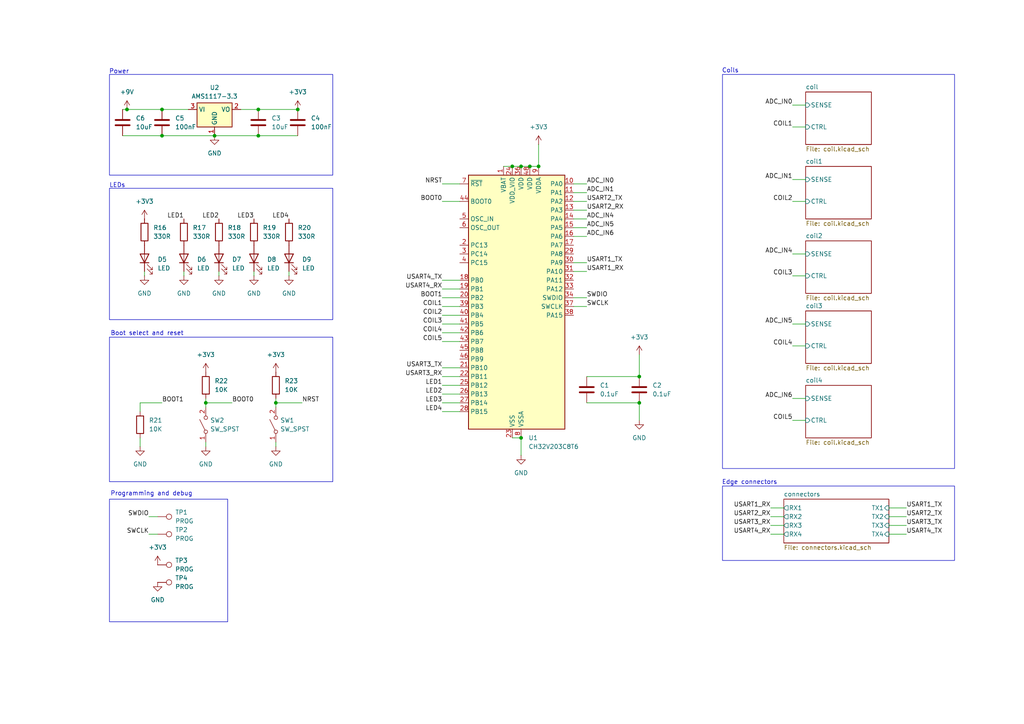
<source format=kicad_sch>
(kicad_sch (version 20250114) (generator "eeschema") (generator_version "9.0")
  (paper "A4")
  (title_block (title "F4io tile"))
  (lib_symbols
    (symbol "Connector:TestPoint" (pin_numbers (hide yes)) (pin_names (offset 0.762) (hide yes))
      (property "Reference" "TP" (at 0 6.858 0))
      (property "Value" "TestPoint" (at 0 5.08 0))
      (symbol "TestPoint_0_1"
        (circle (center 0 3.302) (radius 0.762))
      )
      (symbol "TestPoint_1_1"
        (pin passive line (at 0 0 90) (length 2.54) (name "1") (number "1"))
      )
    )
    (symbol "Device:C" (pin_numbers (hide yes)) (pin_names (offset 0.254))
      (property "Reference" "C" (at 0.635 2.54 0))
      (property "Value" "C" (at 0.635 -2.54 0))
      (symbol "C_0_1"
        (polyline (pts (xy -2.032 0.762) (xy 2.032 0.762)) (stroke (width 0.508)))
        (polyline (pts (xy -2.032 -0.762) (xy 2.032 -0.762)) (stroke (width 0.508)))
      )
      (symbol "C_1_1"
        (pin passive line (at 0 3.81 270) (length 2.794) (name "~") (number "1"))
        (pin passive line (at 0 -3.81 90) (length 2.794) (name "~") (number "2"))
      )
    )
    (symbol "Device:LED" (pin_numbers (hide yes)) (pin_names (offset 1.016) (hide yes))
      (property "Reference" "D" (at 0 2.54 0))
      (property "Value" "LED" (at 0 -2.54 0))
      (symbol "LED_0_1"
        (polyline (pts (xy -3.048 -0.762) (xy -4.572 -2.286) (xy -3.81 -2.286) (xy -4.572 -2.286) (xy -4.572 -1.524)))
        (polyline (pts (xy -1.778 -0.762) (xy -3.302 -2.286) (xy -2.54 -2.286) (xy -3.302 -2.286) (xy -3.302 -1.524)))
        (polyline (pts (xy -1.27 0) (xy 1.27 0)))
        (polyline (pts (xy -1.27 -1.27) (xy -1.27 1.27)) (stroke (width 0.254)))
        (polyline (pts (xy 1.27 -1.27) (xy 1.27 1.27) (xy -1.27 0) (xy 1.27 -1.27)) (stroke (width 0.254)))
      )
      (symbol "LED_1_1"
        (pin passive line (at -3.81 0 0) (length 2.54) (name "K") (number "1"))
        (pin passive line (at 3.81 0 180) (length 2.54) (name "A") (number "2"))
      )
    )
    (symbol "Device:R" (pin_numbers (hide yes)) (pin_names (offset 0))
      (property "Reference" "R" (at 2.032 0 90))
      (property "Value" "R" (at 0 0 90))
      (symbol "R_0_1"
        (rectangle (start -1.016 -2.54) (end 1.016 2.54) (stroke (width 0.254)))
      )
      (symbol "R_1_1"
        (pin passive line (at 0 3.81 270) (length 1.27) (name "~") (number "1"))
        (pin passive line (at 0 -3.81 90) (length 1.27) (name "~") (number "2"))
      )
    )
    (symbol "MCU_WCH_RiscV:CH32V203CxTx"
      (property "Reference" "U" (at -12.7 39.37 0))
      (property "Value" "CH32V203CxTx" (at 6.858 38.862 0))
      (symbol "CH32V203CxTx_0_0"
        (pin input line (at -15.24 27.94 0) (length 2.54) (name "BOOT0") (number "44"))
        (pin power_in line (at -2.54 38.1 270) (length 2.54) (name "VBAT") (number "1"))
        (pin power_in line (at 0 38.1 270) (length 2.54) (name "VDD_VIO") (number "24"))
        (pin power_in line (at 0 -40.64 90) (length 2.54) (name "VSS") (number "23"))
        (pin power_in line (at 2.54 -40.64 90) (length 2.54) (name "VSSA") (number "8"))
        (pin power_in line (at 7.62 38.1 270) (length 2.54) (name "VDDA") (number "9"))
      )
      (symbol "CH32V203CxTx_0_1"
        (rectangle (start -12.7 -38.1) (end 15.24 35.56) (stroke (width 0.254)) (fill (type background)))
      )
      (symbol "CH32V203CxTx_1_0"
        (pin input line (at -15.24 33.02 0) (length 2.54) (name "~{RST}") (number "7"))
        (pin bidirectional line (at -15.24 22.86 0) (length 2.54) (name "OSC_IN") (number "5"))
        (pin bidirectional line (at -15.24 20.32 0) (length 2.54) (name "OSC_OUT") (number "6"))
        (pin bidirectional line (at -15.24 15.24 0) (length 2.54) (name "PC13") (number "2"))
        (pin bidirectional line (at -15.24 12.7 0) (length 2.54) (name "PC14") (number "3"))
        (pin bidirectional line (at -15.24 10.16 0) (length 2.54) (name "PC15") (number "4"))
        (pin bidirectional line (at -15.24 5.08 0) (length 2.54) (name "PB0") (number "18"))
        (pin bidirectional line (at -15.24 2.54 0) (length 2.54) (name "PB1") (number "19"))
        (pin bidirectional line (at -15.24 0 0) (length 2.54) (name "PB2") (number "20"))
        (pin bidirectional line (at -15.24 -2.54 0) (length 2.54) (name "PB3") (number "39"))
        (pin bidirectional line (at -15.24 -5.08 0) (length 2.54) (name "PB4") (number "40"))
        (pin bidirectional line (at -15.24 -7.62 0) (length 2.54) (name "PB5") (number "41"))
        (pin bidirectional line (at -15.24 -10.16 0) (length 2.54) (name "PB6") (number "42"))
        (pin bidirectional line (at -15.24 -12.7 0) (length 2.54) (name "PB7") (number "43"))
        (pin bidirectional line (at -15.24 -15.24 0) (length 2.54) (name "PB8") (number "45"))
        (pin bidirectional line (at -15.24 -17.78 0) (length 2.54) (name "PB9") (number "46"))
        (pin bidirectional line (at -15.24 -20.32 0) (length 2.54) (name "PB10") (number "21"))
        (pin bidirectional line (at -15.24 -22.86 0) (length 2.54) (name "PB11") (number "22"))
        (pin bidirectional line (at -15.24 -25.4 0) (length 2.54) (name "PB12") (number "25"))
        (pin bidirectional line (at -15.24 -27.94 0) (length 2.54) (name "PB13") (number "26"))
        (pin bidirectional line (at -15.24 -30.48 0) (length 2.54) (name "PB14") (number "27"))
        (pin bidirectional line (at -15.24 -33.02 0) (length 2.54) (name "PB15") (number "28"))
        (pin passive line (at 0 -40.64 90) (length 2.54) (hide yes) (name "VSS") (number "35"))
        (pin passive line (at 0 -40.64 90) (length 2.54) (hide yes) (name "VSS") (number "47"))
        (pin power_in line (at 2.54 38.1 270) (length 2.54) (name "VDD") (number "36"))
        (pin power_in line (at 5.08 38.1 270) (length 2.54) (name "VDD") (number "48"))
        (pin bidirectional line (at 17.78 33.02 180) (length 2.54) (name "PA0") (number "10"))
        (pin bidirectional line (at 17.78 30.48 180) (length 2.54) (name "PA1") (number "11"))
        (pin bidirectional line (at 17.78 27.94 180) (length 2.54) (name "PA2") (number "12"))
        (pin bidirectional line (at 17.78 25.4 180) (length 2.54) (name "PA3") (number "13"))
        (pin bidirectional line (at 17.78 22.86 180) (length 2.54) (name "PA4") (number "14"))
        (pin bidirectional line (at 17.78 20.32 180) (length 2.54) (name "PA5") (number "15"))
        (pin bidirectional line (at 17.78 17.78 180) (length 2.54) (name "PA6") (number "16"))
        (pin bidirectional line (at 17.78 15.24 180) (length 2.54) (name "PA7") (number "17"))
        (pin bidirectional line (at 17.78 12.7 180) (length 2.54) (name "PA8") (number "29"))
        (pin bidirectional line (at 17.78 10.16 180) (length 2.54) (name "PA9") (number "30"))
        (pin bidirectional line (at 17.78 7.62 180) (length 2.54) (name "PA10") (number "31"))
        (pin bidirectional line (at 17.78 5.08 180) (length 2.54) (name "PA11") (number "32"))
        (pin bidirectional line (at 17.78 2.54 180) (length 2.54) (name "PA12") (number "33"))
        (pin bidirectional line (at 17.78 0 180) (length 2.54) (name "SWDIO") (number "34"))
        (pin bidirectional line (at 17.78 -2.54 180) (length 2.54) (name "SWCLK") (number "37"))
        (pin bidirectional line (at 17.78 -5.08 180) (length 2.54) (name "PA15") (number "38"))
      )
    )
    (symbol "Regulator_Linear:AMS1117-3.3"
      (property "Reference" "U" (at -3.81 3.175 0))
      (property "Value" "AMS1117-3.3" (at 0 3.175 0))
      (symbol "AMS1117-3.3_0_1"
        (rectangle (start -5.08 -5.08) (end 5.08 1.905) (stroke (width 0.254)) (fill (type background)))
      )
      (symbol "AMS1117-3.3_1_1"
        (pin power_in line (at -7.62 0 0) (length 2.54) (name "VI") (number "3"))
        (pin power_in line (at 0 -7.62 90) (length 2.54) (name "GND") (number "1"))
        (pin power_out line (at 7.62 0 180) (length 2.54) (name "VO") (number "2"))
      )
    )
    (symbol "Switch:SW_SPST" (pin_names (offset 0) (hide yes))
      (property "Reference" "SW" (at 0 3.175 0))
      (property "Value" "SW_SPST" (at 0 -2.54 0))
      (symbol "SW_SPST_0_0"
        (circle (center -2.032 0) (radius 0.508))
        (polyline (pts (xy -1.524 0.254) (xy 1.524 1.778)))
        (circle (center 2.032 0) (radius 0.508))
      )
      (symbol "SW_SPST_1_1"
        (pin passive line (at -5.08 0 0) (length 2.54) (name "A") (number "1"))
        (pin passive line (at 5.08 0 180) (length 2.54) (name "B") (number "2"))
      )
    )
    (symbol "power:+3V3" (power) (pin_numbers (hide yes)) (pin_names (offset 0) (hide yes))
      (property "Value" "+3V3" (at 0 3.556 0))
      (symbol "+3V3_0_1"
        (polyline (pts (xy -0.762 1.27) (xy 0 2.54)))
        (polyline (pts (xy 0 2.54) (xy 0.762 1.27)))
        (polyline (pts (xy 0 0) (xy 0 2.54)))
      )
      (symbol "+3V3_1_1"
        (pin power_in line (at 0 0 90) (length 0) (name "~") (number "1"))
      )
    )
    (symbol "power:+9V" (power) (pin_numbers (hide yes)) (pin_names (offset 0) (hide yes))
      (property "Value" "+9V" (at 0 3.556 0))
      (symbol "+9V_0_1"
        (polyline (pts (xy -0.762 1.27) (xy 0 2.54)))
        (polyline (pts (xy 0 2.54) (xy 0.762 1.27)))
        (polyline (pts (xy 0 0) (xy 0 2.54)))
      )
      (symbol "+9V_1_1"
        (pin power_in line (at 0 0 90) (length 0) (name "~") (number "1"))
      )
    )
    (symbol "power:GND" (power) (pin_numbers (hide yes)) (pin_names (offset 0) (hide yes))
      (property "Value" "GND" (at 0 -3.81 0))
      (symbol "GND_0_1"
        (polyline (pts (xy 0 0) (xy 0 -1.27) (xy 1.27 -1.27) (xy 0 -2.54) (xy -1.27 -1.27) (xy 0 -1.27)))
      )
      (symbol "GND_1_1"
        (pin power_in line (at 0 0 270) (length 0) (name "~") (number "1"))
      )
    )
  )
  (rectangle (start 209.55 140.97) (end 276.86 162.56))
  (rectangle (start 31.75 54.61) (end 96.52 92.71))
  (rectangle (start 31.75 97.79) (end 96.52 139.7))
  (rectangle (start 31.75 144.78) (end 66.04 180.34))
  (rectangle (start 31.75 21.59) (end 96.52 50.8))
  (rectangle (start 209.55 21.59) (end 276.86 135.89))
  (text "Coils" (at 211.836 20.574 0) (effects (font (size 1.27 1.27))))
  (text "Programming and debug" (at 43.942 143.256 0) (effects (font (size 1.27 1.27))))
  (text "LEDs" (at 34.036 53.848 0) (effects (font (size 1.27 1.27))))
  (text "Power" (at 34.544 20.828 0) (effects (font (size 1.27 1.27))))
  (text "Edge connectors" (at 217.424 139.954 0) (effects (font (size 1.27 1.27))))
  (text "Boot select and reset" (at 42.672 96.774 0) (effects (font (size 1.27 1.27))))
  (junction (at 185.42 116.84))
  (junction (at 151.13 48.26))
  (junction (at 74.93 31.75))
  (junction (at 46.99 39.37))
  (junction (at 62.23 39.37))
  (junction (at 86.36 31.75))
  (junction (at 148.59 48.26))
  (junction (at 80.01 116.84))
  (junction (at 59.69 116.84))
  (junction (at 153.67 48.26))
  (junction (at 185.42 109.22))
  (junction (at 46.99 31.75))
  (junction (at 151.13 127))
  (junction (at 156.21 48.26))
  (junction (at 74.93 39.37))
  (junction (at 36.83 31.75))
  (wire (pts (xy 128.27 88.9) (xy 133.35 88.9)))
  (wire (pts (xy 185.42 116.84) (xy 170.18 116.84)))
  (wire (pts (xy 128.27 106.68) (xy 133.35 106.68)))
  (wire (pts (xy 229.87 30.48) (xy 233.68 30.48)))
  (wire (pts (xy 128.27 91.44) (xy 133.35 91.44)))
  (wire (pts (xy 128.27 58.42) (xy 133.35 58.42)))
  (wire (pts (xy 128.27 83.82) (xy 133.35 83.82)))
  (wire (pts (xy 229.87 58.42) (xy 233.68 58.42)))
  (wire (pts (xy 43.18 154.94) (xy 45.72 154.94)))
  (wire (pts (xy 80.01 116.84) (xy 80.01 115.57)))
  (wire (pts (xy 229.87 36.83) (xy 233.68 36.83)))
  (wire (pts (xy 53.34 80.01) (xy 53.34 78.74)))
  (wire (pts (xy 229.87 100.33) (xy 233.68 100.33)))
  (wire (pts (xy 128.27 99.06) (xy 133.35 99.06)))
  (wire (pts (xy 229.87 93.98) (xy 233.68 93.98)))
  (wire (pts (xy 229.87 115.57) (xy 233.68 115.57)))
  (wire (pts (xy 46.99 116.84) (xy 40.64 116.84)))
  (wire (pts (xy 46.99 39.37) (xy 62.23 39.37)))
  (wire (pts (xy 128.27 93.98) (xy 133.35 93.98)))
  (wire (pts (xy 170.18 78.74) (xy 166.37 78.74)))
  (wire (pts (xy 35.56 31.75) (xy 36.83 31.75)))
  (wire (pts (xy 156.21 41.91) (xy 156.21 48.26)))
  (wire (pts (xy 223.52 149.86) (xy 227.33 149.86)))
  (wire (pts (xy 148.59 48.26) (xy 146.05 48.26)))
  (wire (pts (xy 262.89 152.4) (xy 257.81 152.4)))
  (wire (pts (xy 151.13 127) (xy 148.59 127)))
  (wire (pts (xy 170.18 68.58) (xy 166.37 68.58)))
  (wire (pts (xy 74.93 39.37) (xy 86.36 39.37)))
  (wire (pts (xy 80.01 116.84) (xy 87.63 116.84)))
  (wire (pts (xy 128.27 116.84) (xy 133.35 116.84)))
  (wire (pts (xy 63.5 80.01) (xy 63.5 78.74)))
  (wire (pts (xy 170.18 60.96) (xy 166.37 60.96)))
  (wire (pts (xy 128.27 109.22) (xy 133.35 109.22)))
  (wire (pts (xy 170.18 53.34) (xy 166.37 53.34)))
  (wire (pts (xy 170.18 63.5) (xy 166.37 63.5)))
  (wire (pts (xy 40.64 116.84) (xy 40.64 119.38)))
  (wire (pts (xy 128.27 114.3) (xy 133.35 114.3)))
  (wire (pts (xy 128.27 111.76) (xy 133.35 111.76)))
  (wire (pts (xy 170.18 76.2) (xy 166.37 76.2)))
  (wire (pts (xy 223.52 152.4) (xy 227.33 152.4)))
  (wire (pts (xy 229.87 121.92) (xy 233.68 121.92)))
  (wire (pts (xy 262.89 149.86) (xy 257.81 149.86)))
  (wire (pts (xy 128.27 96.52) (xy 133.35 96.52)))
  (wire (pts (xy 170.18 58.42) (xy 166.37 58.42)))
  (wire (pts (xy 229.87 73.66) (xy 233.68 73.66)))
  (wire (pts (xy 46.99 31.75) (xy 54.61 31.75)))
  (wire (pts (xy 185.42 109.22) (xy 185.42 102.87)))
  (wire (pts (xy 128.27 53.34) (xy 133.35 53.34)))
  (wire (pts (xy 59.69 118.11) (xy 59.69 116.84)))
  (wire (pts (xy 62.23 39.37) (xy 74.93 39.37)))
  (wire (pts (xy 128.27 81.28) (xy 133.35 81.28)))
  (wire (pts (xy 80.01 129.54) (xy 80.01 128.27)))
  (wire (pts (xy 223.52 154.94) (xy 227.33 154.94)))
  (wire (pts (xy 170.18 86.36) (xy 166.37 86.36)))
  (wire (pts (xy 128.27 86.36) (xy 133.35 86.36)))
  (wire (pts (xy 185.42 121.92) (xy 185.42 116.84)))
  (wire (pts (xy 83.82 80.01) (xy 83.82 78.74)))
  (wire (pts (xy 59.69 116.84) (xy 59.69 115.57)))
  (wire (pts (xy 41.91 80.01) (xy 41.91 78.74)))
  (wire (pts (xy 153.67 48.26) (xy 151.13 48.26)))
  (wire (pts (xy 166.37 88.9) (xy 170.18 88.9)))
  (wire (pts (xy 223.52 147.32) (xy 227.33 147.32)))
  (wire (pts (xy 35.56 39.37) (xy 46.99 39.37)))
  (wire (pts (xy 59.69 116.84) (xy 67.31 116.84)))
  (wire (pts (xy 74.93 31.75) (xy 86.36 31.75)))
  (wire (pts (xy 69.85 31.75) (xy 74.93 31.75)))
  (wire (pts (xy 36.83 31.75) (xy 46.99 31.75)))
  (wire (pts (xy 156.21 48.26) (xy 153.67 48.26)))
  (wire (pts (xy 43.18 149.86) (xy 45.72 149.86)))
  (wire (pts (xy 170.18 55.88) (xy 166.37 55.88)))
  (wire (pts (xy 80.01 118.11) (xy 80.01 116.84)))
  (wire (pts (xy 170.18 109.22) (xy 185.42 109.22)))
  (wire (pts (xy 262.89 147.32) (xy 257.81 147.32)))
  (wire (pts (xy 151.13 48.26) (xy 148.59 48.26)))
  (wire (pts (xy 262.89 154.94) (xy 257.81 154.94)))
  (wire (pts (xy 128.27 119.38) (xy 133.35 119.38)))
  (wire (pts (xy 59.69 129.54) (xy 59.69 128.27)))
  (wire (pts (xy 40.64 127) (xy 40.64 129.54)))
  (wire (pts (xy 151.13 132.08) (xy 151.13 127)))
  (wire (pts (xy 229.87 52.07) (xy 233.68 52.07)))
  (wire (pts (xy 73.66 80.01) (xy 73.66 78.74)))
  (wire (pts (xy 229.87 80.01) (xy 233.68 80.01)))
  (wire (pts (xy 170.18 66.04) (xy 166.37 66.04)))
  (label "USART3_TX" (at 128.27 106.68 180))
  (label "ADC_IN0" (at 229.87 30.48 180))
  (label "LED3" (at 73.66 63.5 180))
  (label "COIL4" (at 128.27 96.52 180))
  (label "COIL5" (at 128.27 99.06 180))
  (label "USART1_RX" (at 170.18 78.74 0))
  (label "LED3" (at 128.27 116.84 180))
  (label "COIL3" (at 128.27 93.98 180))
  (label "LED2" (at 128.27 114.3 180))
  (label "USART3_TX" (at 262.89 152.4 0))
  (label "BOOT1" (at 46.99 116.84 0))
  (label "USART1_RX" (at 223.52 147.32 180))
  (label "ADC_IN6" (at 229.87 115.57 180))
  (label "LED4" (at 83.82 63.5 180))
  (label "NRST" (at 128.27 53.34 180))
  (label "USART4_TX" (at 128.27 81.28 180))
  (label "COIL2" (at 229.87 58.42 180))
  (label "SWDIO" (at 43.18 149.86 180))
  (label "ADC_IN6" (at 170.18 68.58 0))
  (label "BOOT0" (at 67.31 116.84 0))
  (label "USART4_RX" (at 128.27 83.82 180))
  (label "ADC_IN5" (at 229.87 93.98 180))
  (label "USART2_TX" (at 170.18 58.42 0))
  (label "ADC_IN4" (at 170.18 63.5 0))
  (label "USART3_RX" (at 223.52 152.4 180))
  (label "LED1" (at 128.27 111.76 180))
  (label "LED2" (at 63.5 63.5 180))
  (label "COIL3" (at 229.87 80.01 180))
  (label "NRST" (at 87.63 116.84 0))
  (label "USART1_TX" (at 262.89 147.32 0))
  (label "USART3_RX" (at 128.27 109.22 180))
  (label "SWDIO" (at 170.18 86.36 0))
  (label "USART4_RX" (at 223.52 154.94 180))
  (label "LED4" (at 128.27 119.38 180))
  (label "ADC_IN0" (at 170.18 53.34 0))
  (label "USART4_TX" (at 262.89 154.94 0))
  (label "SWCLK" (at 43.18 154.94 180))
  (label "USART1_TX" (at 170.18 76.2 0))
  (label "ADC_IN1" (at 229.87 52.07 180))
  (label "SWCLK" (at 170.18 88.9 0))
  (label "COIL1" (at 229.87 36.83 180))
  (label "USART2_RX" (at 223.52 149.86 180))
  (label "USART2_RX" (at 170.18 60.96 0))
  (label "BOOT1" (at 128.27 86.36 180))
  (label "COIL2" (at 128.27 91.44 180))
  (label "LED1" (at 53.34 63.5 180))
  (label "ADC_IN1" (at 170.18 55.88 0))
  (label "COIL1" (at 128.27 88.9 180))
  (label "ADC_IN5" (at 170.18 66.04 0))
  (label "COIL4" (at 229.87 100.33 180))
  (label "ADC_IN4" (at 229.87 73.66 180))
  (label "COIL5" (at 229.87 121.92 180))
  (label "BOOT0" (at 128.27 58.42 180))
  (label "USART2_TX" (at 262.89 149.86 0))
  (symbol (lib_id "Connector:TestPoint") (at 45.72 168.91 270) (unit 1)
    (property "Reference" "TP4" (at 50.8 167.6399 90) (effects (justify left)))
    (property "Value" "PROG" (at 50.8 170.1799 90) (effects (justify left)))
    (property "Footprint" "TestPoint:TestPoint_Pad_D1.5mm" (effects (hide yes)))
    (property "Description" "test point" (effects (hide yes)))
  )
  (symbol (lib_id "Device:R") (at 63.5 67.31 0) (unit 1)
    (property "Reference" "R18" (at 66.04 66.0399 0) (effects (justify left)))
    (property "Value" "330R" (at 66.04 68.5799 0) (effects (justify left)))
    (property "Footprint" "Resistor_SMD:R_0201_0603Metric" (effects (hide yes)))
    (property "Description" "Resistor" (effects (hide yes)))
  )
  (symbol (lib_id "Device:R") (at 53.34 67.31 0) (unit 1)
    (property "Reference" "R17" (at 55.88 66.0399 0) (effects (justify left)))
    (property "Value" "330R" (at 55.88 68.5799 0) (effects (justify left)))
    (property "Footprint" "Resistor_SMD:R_0201_0603Metric" (effects (hide yes)))
    (property "Description" "Resistor" (effects (hide yes)))
  )
  (symbol (lib_id "Regulator_Linear:AMS1117-3.3") (at 62.23 31.75 0) (unit 1)
    (property "Reference" "U2" (at 62.23 25.4 0))
    (property "Value" "AMS1117-3.3" (at 62.23 27.94 0))
    (property "Footprint" "Package_TO_SOT_SMD:SOT-223-3_TabPin2" (effects (hide yes)))
    (property "Datasheet" "http://www.advanced-monolithic.com/pdf/ds1117.pdf" (effects (hide yes)))
    (property "Description" "1A Low Dropout regulator, positive, 3.3V fixed output, SOT-223" (effects (hide yes)))
  )
  (symbol (lib_id "Switch:SW_SPST") (at 80.01 123.19 90) (unit 1)
    (property "Reference" "SW1" (at 81.28 121.9199 90) (effects (justify right)))
    (property "Value" "SW_SPST" (at 81.28 124.4599 90) (effects (justify right)))
    (property "Description" "Single Pole Single Throw (SPST) switch" (effects (hide yes)))
  )
  (symbol (lib_id "power:GND") (at 45.72 168.91 0) (unit 1)
    (property "Reference" "#PWR040" (effects (hide yes)))
    (property "Value" "GND" (at 45.72 173.99 0))
    (property "Description" "Power symbol creates a global label with name \"GND\" , ground" (effects (hide yes)))
  )
  (symbol (lib_id "power:GND") (at 83.82 80.01 0) (unit 1)
    (property "Reference" "#PWR027" (effects (hide yes)))
    (property "Value" "GND" (at 83.82 85.09 0))
    (property "Description" "Power symbol creates a global label with name \"GND\" , ground" (effects (hide yes)))
  )
  (symbol (lib_id "power:GND") (at 185.42 121.92 0) (unit 1)
    (property "Reference" "#PWR03" (effects (hide yes)))
    (property "Value" "GND" (at 185.42 127 0))
    (property "Description" "Power symbol creates a global label with name \"GND\" , ground" (effects (hide yes)))
  )
  (symbol (lib_id "Device:R") (at 41.91 67.31 0) (unit 1)
    (property "Reference" "R16" (at 44.45 66.0399 0) (effects (justify left)))
    (property "Value" "330R" (at 44.45 68.5799 0) (effects (justify left)))
    (property "Footprint" "Resistor_SMD:R_0201_0603Metric" (effects (hide yes)))
    (property "Description" "Resistor" (effects (hide yes)))
  )
  (symbol (lib_id "power:+3V3") (at 41.91 63.5 0) (unit 1)
    (property "Reference" "#PWR018" (effects (hide yes)))
    (property "Value" "+3V3" (at 41.91 58.42 0))
    (property "Description" "Power symbol creates a global label with name \"+3V3\"" (effects (hide yes)))
  )
  (symbol (lib_id "power:+3V3") (at 59.69 107.95 0) (unit 1)
    (property "Reference" "#PWR045" (effects (hide yes)))
    (property "Value" "+3V3" (at 59.69 102.87 0))
    (property "Description" "Power symbol creates a global label with name \"+3V3\"" (effects (hide yes)))
  )
  (symbol (lib_id "power:GND") (at 41.91 80.01 0) (unit 1)
    (property "Reference" "#PWR019" (effects (hide yes)))
    (property "Value" "GND" (at 41.91 85.09 0))
    (property "Description" "Power symbol creates a global label with name \"GND\" , ground" (effects (hide yes)))
  )
  (symbol (lib_id "Device:C") (at 86.36 35.56 0) (unit 1)
    (property "Reference" "C4" (at 90.17 34.2899 0) (effects (justify left)))
    (property "Value" "100nF" (at 90.17 36.8299 0) (effects (justify left)))
    (property "Footprint" "Capacitor_SMD:C_0603_1608Metric" (effects (hide yes)))
    (property "Description" "Unpolarized capacitor" (effects (hide yes)))
  )
  (symbol (lib_id "power:GND") (at 40.64 129.54 0) (unit 1)
    (property "Reference" "#PWR044" (effects (hide yes)))
    (property "Value" "GND" (at 40.64 134.62 0))
    (property "Description" "Power symbol creates a global label with name \"GND\" , ground" (effects (hide yes)))
  )
  (symbol (lib_id "Device:R") (at 73.66 67.31 0) (unit 1)
    (property "Reference" "R19" (at 76.2 66.0399 0) (effects (justify left)))
    (property "Value" "330R" (at 76.2 68.5799 0) (effects (justify left)))
    (property "Footprint" "Resistor_SMD:R_0201_0603Metric" (effects (hide yes)))
    (property "Description" "Resistor" (effects (hide yes)))
  )
  (symbol (lib_id "power:GND") (at 73.66 80.01 0) (unit 1)
    (property "Reference" "#PWR025" (effects (hide yes)))
    (property "Value" "GND" (at 73.66 85.09 0))
    (property "Description" "Power symbol creates a global label with name \"GND\" , ground" (effects (hide yes)))
  )
  (symbol (lib_id "Device:C") (at 185.42 113.03 0) (unit 1)
    (property "Reference" "C2" (at 189.23 111.7599 0) (effects (justify left)))
    (property "Value" "0.1uF" (at 189.23 114.2999 0) (effects (justify left)))
    (property "Footprint" "Capacitor_SMD:C_0603_1608Metric" (effects (hide yes)))
    (property "Description" "Unpolarized capacitor" (effects (hide yes)))
  )
  (symbol (lib_id "Device:R") (at 59.69 111.76 180) (unit 1)
    (property "Reference" "R22" (at 62.23 110.4899 0) (effects (justify right)))
    (property "Value" "10K" (at 62.23 113.0299 0) (effects (justify right)))
    (property "Description" "Resistor" (effects (hide yes)))
  )
  (symbol (lib_id "Device:C") (at 46.99 35.56 0) (unit 1)
    (property "Reference" "C5" (at 50.8 34.2899 0) (effects (justify left)))
    (property "Value" "100nF" (at 50.8 36.8299 0) (effects (justify left)))
    (property "Footprint" "Capacitor_SMD:C_0603_1608Metric" (effects (hide yes)))
    (property "Description" "Unpolarized capacitor" (effects (hide yes)))
  )
  (symbol (lib_id "Connector:TestPoint") (at 45.72 163.83 270) (unit 1)
    (property "Reference" "TP3" (at 50.8 162.5599 90) (effects (justify left)))
    (property "Value" "PROG" (at 50.8 165.0999 90) (effects (justify left)))
    (property "Footprint" "TestPoint:TestPoint_Pad_D1.5mm" (effects (hide yes)))
    (property "Description" "test point" (effects (hide yes)))
  )
  (symbol (lib_id "Device:LED") (at 63.5 74.93 90) (unit 1)
    (property "Reference" "D7" (at 67.31 75.2474 90) (effects (justify right)))
    (property "Value" "LED" (at 67.31 77.7874 90) (effects (justify right)))
    (property "Footprint" "LED_SMD:LED_0603_1608Metric" (effects (hide yes)))
    (property "Description" "Light emitting diode" (effects (hide yes)))
    (property "Sim.Pins" "1=K 2=A" (effects (hide yes)))
  )
  (symbol (lib_id "power:+3V3") (at 45.72 163.83 0) (unit 1)
    (property "Reference" "#PWR041" (effects (hide yes)))
    (property "Value" "+3V3" (at 45.72 158.75 0))
    (property "Description" "Power symbol creates a global label with name \"+3V3\"" (effects (hide yes)))
  )
  (symbol (lib_id "power:GND") (at 62.23 39.37 0) (unit 1)
    (property "Reference" "#PWR015" (effects (hide yes)))
    (property "Value" "GND" (at 62.23 44.45 0))
    (property "Description" "Power symbol creates a global label with name \"GND\" , ground" (effects (hide yes)))
  )
  (symbol (lib_id "power:GND") (at 63.5 80.01 0) (unit 1)
    (property "Reference" "#PWR023" (effects (hide yes)))
    (property "Value" "GND" (at 63.5 85.09 0))
    (property "Description" "Power symbol creates a global label with name \"GND\" , ground" (effects (hide yes)))
  )
  (symbol (lib_id "Device:LED") (at 83.82 74.93 90) (unit 1)
    (property "Reference" "D9" (at 87.63 75.2474 90) (effects (justify right)))
    (property "Value" "LED" (at 87.63 77.7874 90) (effects (justify right)))
    (property "Footprint" "LED_SMD:LED_0603_1608Metric" (effects (hide yes)))
    (property "Description" "Light emitting diode" (effects (hide yes)))
    (property "Sim.Pins" "1=K 2=A" (effects (hide yes)))
  )
  (symbol (lib_id "Connector:TestPoint") (at 45.72 154.94 270) (unit 1)
    (property "Reference" "TP2" (at 50.8 153.6699 90) (effects (justify left)))
    (property "Value" "PROG" (at 50.8 156.2099 90) (effects (justify left)))
    (property "Footprint" "TestPoint:TestPoint_Pad_D1.5mm" (effects (hide yes)))
    (property "Description" "test point" (effects (hide yes)))
  )
  (symbol (lib_id "Device:R") (at 83.82 67.31 0) (unit 1)
    (property "Reference" "R20" (at 86.36 66.0399 0) (effects (justify left)))
    (property "Value" "330R" (at 86.36 68.5799 0) (effects (justify left)))
    (property "Footprint" "Resistor_SMD:R_0201_0603Metric" (effects (hide yes)))
    (property "Description" "Resistor" (effects (hide yes)))
  )
  (symbol (lib_id "power:GND") (at 151.13 132.08 0) (unit 1)
    (property "Reference" "#PWR02" (effects (hide yes)))
    (property "Value" "GND" (at 151.13 137.16 0))
    (property "Description" "Power symbol creates a global label with name \"GND\" , ground" (effects (hide yes)))
  )
  (symbol (lib_id "power:GND") (at 53.34 80.01 0) (unit 1)
    (property "Reference" "#PWR021" (effects (hide yes)))
    (property "Value" "GND" (at 53.34 85.09 0))
    (property "Description" "Power symbol creates a global label with name \"GND\" , ground" (effects (hide yes)))
  )
  (symbol (lib_id "Device:LED") (at 73.66 74.93 90) (unit 1)
    (property "Reference" "D8" (at 77.47 75.2474 90) (effects (justify right)))
    (property "Value" "LED" (at 77.47 77.7874 90) (effects (justify right)))
    (property "Footprint" "LED_SMD:LED_0603_1608Metric" (effects (hide yes)))
    (property "Description" "Light emitting diode" (effects (hide yes)))
    (property "Sim.Pins" "1=K 2=A" (effects (hide yes)))
  )
  (symbol (lib_id "Device:R") (at 40.64 123.19 180) (unit 1)
    (property "Reference" "R21" (at 43.18 121.9199 0) (effects (justify right)))
    (property "Value" "10K" (at 43.18 124.4599 0) (effects (justify right)))
    (property "Description" "Resistor" (effects (hide yes)))
  )
  (symbol (lib_id "power:GND") (at 80.01 129.54 0) (unit 1)
    (property "Reference" "#PWR046" (effects (hide yes)))
    (property "Value" "GND" (at 80.01 134.62 0))
    (property "Description" "Power symbol creates a global label with name \"GND\" , ground" (effects (hide yes)))
  )
  (symbol (lib_id "Device:C") (at 170.18 113.03 0) (unit 1)
    (property "Reference" "C1" (at 173.99 111.7599 0) (effects (justify left)))
    (property "Value" "0.1uF" (at 173.99 114.2999 0) (effects (justify left)))
    (property "Footprint" "Capacitor_SMD:C_0603_1608Metric" (effects (hide yes)))
    (property "Description" "Unpolarized capacitor" (effects (hide yes)))
  )
  (symbol (lib_id "power:+3V3") (at 86.36 31.75 0) (unit 1)
    (property "Reference" "#PWR017" (effects (hide yes)))
    (property "Value" "+3V3" (at 86.36 26.67 0))
    (property "Description" "Power symbol creates a global label with name \"+3V3\"" (effects (hide yes)))
  )
  (symbol (lib_id "Device:R") (at 80.01 111.76 180) (unit 1)
    (property "Reference" "R23" (at 82.55 110.4899 0) (effects (justify right)))
    (property "Value" "10K" (at 82.55 113.0299 0) (effects (justify right)))
    (property "Description" "Resistor" (effects (hide yes)))
  )
  (symbol (lib_id "power:+3V3") (at 80.01 107.95 0) (unit 1)
    (property "Reference" "#PWR042" (effects (hide yes)))
    (property "Value" "+3V3" (at 80.01 102.87 0))
    (property "Description" "Power symbol creates a global label with name \"+3V3\"" (effects (hide yes)))
  )
  (symbol (lib_id "MCU_WCH_RiscV:CH32V203CxTx") (at 148.59 86.36 0) (unit 1)
    (property "Reference" "U1" (at 153.2733 127 0) (effects (justify left)))
    (property "Value" "CH32V203C8T6" (at 153.2733 129.54 0) (effects (justify left)))
    (property "Footprint" "Package_QFP:LQFP-48_7x7mm_P0.5mm" (effects (hide yes)))
    (property "Datasheet" "https://www.wch-ic.com/products/CH32V203.html" (effects (hide yes)))
    (property "Description" "The CH32V203 is an industrial-grade enhanced low-power general-purpose MCU based on 32-bit RISC-V core." (effects (hide yes)))
  )
  (symbol (lib_id "Switch:SW_SPST") (at 59.69 123.19 90) (unit 1)
    (property "Reference" "SW2" (at 60.96 121.9199 90) (effects (justify right)))
    (property "Value" "SW_SPST" (at 60.96 124.4599 90) (effects (justify right)))
    (property "Description" "Single Pole Single Throw (SPST) switch" (effects (hide yes)))
  )
  (symbol (lib_id "Device:C") (at 74.93 35.56 0) (unit 1)
    (property "Reference" "C3" (at 78.74 34.2899 0) (effects (justify left)))
    (property "Value" "10uF" (at 78.74 36.8299 0) (effects (justify left)))
    (property "Footprint" "Capacitor_SMD:C_0603_1608Metric" (effects (hide yes)))
    (property "Description" "Unpolarized capacitor" (effects (hide yes)))
  )
  (symbol (lib_id "power:+3V3") (at 185.42 102.87 0) (unit 1)
    (property "Reference" "#PWR04" (effects (hide yes)))
    (property "Value" "+3V3" (at 185.42 97.79 0))
    (property "Description" "Power symbol creates a global label with name \"+3V3\"" (effects (hide yes)))
  )
  (symbol (lib_id "Device:LED") (at 53.34 74.93 90) (unit 1)
    (property "Reference" "D6" (at 57.15 75.2474 90) (effects (justify right)))
    (property "Value" "LED" (at 57.15 77.7874 90) (effects (justify right)))
    (property "Footprint" "LED_SMD:LED_0603_1608Metric" (effects (hide yes)))
    (property "Description" "Light emitting diode" (effects (hide yes)))
    (property "Sim.Pins" "1=K 2=A" (effects (hide yes)))
  )
  (symbol (lib_id "Connector:TestPoint") (at 45.72 149.86 270) (unit 1)
    (property "Reference" "TP1" (at 50.8 148.5899 90) (effects (justify left)))
    (property "Value" "PROG" (at 50.8 151.1299 90) (effects (justify left)))
    (property "Footprint" "TestPoint:TestPoint_Pad_D1.5mm" (effects (hide yes)))
    (property "Description" "test point" (effects (hide yes)))
  )
  (symbol (lib_id "power:+9V") (at 36.83 31.75 0) (unit 1)
    (property "Reference" "#PWR016" (effects (hide yes)))
    (property "Value" "+9V" (at 36.83 26.67 0))
    (property "Description" "Power symbol creates a global label with name \"+9V\"" (effects (hide yes)))
  )
  (symbol (lib_id "Device:LED") (at 41.91 74.93 90) (unit 1)
    (property "Reference" "D5" (at 45.72 75.2474 90) (effects (justify right)))
    (property "Value" "LED" (at 45.72 77.7874 90) (effects (justify right)))
    (property "Footprint" "LED_SMD:LED_0603_1608Metric" (effects (hide yes)))
    (property "Description" "Light emitting diode" (effects (hide yes)))
    (property "Sim.Pins" "1=K 2=A" (effects (hide yes)))
  )
  (symbol (lib_id "power:+3V3") (at 156.21 41.91 0) (unit 1)
    (property "Reference" "#PWR01" (effects (hide yes)))
    (property "Value" "+3V3" (at 156.21 36.83 0))
    (property "Description" "Power symbol creates a global label with name \"+3V3\"" (effects (hide yes)))
  )
  (symbol (lib_id "Device:C") (at 35.56 35.56 0) (unit 1)
    (property "Reference" "C6" (at 39.37 34.2899 0) (effects (justify left)))
    (property "Value" "10uF" (at 39.37 36.8299 0) (effects (justify left)))
    (property "Footprint" "Capacitor_SMD:C_0603_1608Metric" (effects (hide yes)))
    (property "Description" "Unpolarized capacitor" (effects (hide yes)))
  )
  (symbol (lib_id "power:GND") (at 59.69 129.54 0) (unit 1)
    (property "Reference" "#PWR043" (effects (hide yes)))
    (property "Value" "GND" (at 59.69 134.62 0))
    (property "Description" "Power symbol creates a global label with name \"GND\" , ground" (effects (hide yes)))
  )
  (sheet (at 233.68 69.85) (size 19.05 15.24) (stroke (width 0.1524))
    (property "Sheetname" "coil2" (at 233.68 69.1384 0) (effects (justify left bottom)))
    (property "Sheetfile" "coil.kicad_sch" (at 233.68 85.6746 0) (effects (justify left top)))
    (pin "SENSE" input (at 233.68 73.66 180))
    (pin "CTRL" input (at 233.68 80.01 180))
  )
  (sheet (at 233.68 48.26) (size 19.05 15.24) (stroke (width 0.1524))
    (property "Sheetname" "coil1" (at 233.68 47.5484 0) (effects (justify left bottom)))
    (property "Sheetfile" "coil.kicad_sch" (at 233.68 64.0846 0) (effects (justify left top)))
    (pin "SENSE" input (at 233.68 52.07 180))
    (pin "CTRL" input (at 233.68 58.42 180))
  )
  (sheet (at 233.68 90.17) (size 19.05 15.24) (stroke (width 0.1524))
    (property "Sheetname" "coil3" (at 233.68 89.4584 0) (effects (justify left bottom)))
    (property "Sheetfile" "coil.kicad_sch" (at 233.68 105.9946 0) (effects (justify left top)))
    (pin "SENSE" input (at 233.68 93.98 180))
    (pin "CTRL" input (at 233.68 100.33 180))
  )
  (sheet (at 233.68 26.67) (size 19.05 15.24) (stroke (width 0.1524))
    (property "Sheetname" "coil" (at 233.68 25.9584 0) (effects (justify left bottom)))
    (property "Sheetfile" "coil.kicad_sch" (at 233.68 42.4946 0) (effects (justify left top)))
    (pin "SENSE" input (at 233.68 30.48 180))
    (pin "CTRL" input (at 233.68 36.83 180))
  )
  (sheet (at 233.68 111.76) (size 19.05 15.24) (stroke (width 0.1524))
    (property "Sheetname" "coil4" (at 233.68 111.0484 0) (effects (justify left bottom)))
    (property "Sheetfile" "coil.kicad_sch" (at 233.68 127.5846 0) (effects (justify left top)))
    (pin "SENSE" input (at 233.68 115.57 180))
    (pin "CTRL" input (at 233.68 121.92 180))
  )
  (sheet (at 227.33 144.78) (size 30.48 12.7) (stroke (width 0.1524))
    (property "Sheetname" "connectors" (at 227.33 144.0684 0) (effects (justify left bottom)))
    (property "Sheetfile" "connectors.kicad_sch" (at 227.33 158.0646 0) (effects (justify left top)))
    (pin "TX3" input (at 257.81 152.4 0))
    (pin "TX2" input (at 257.81 149.86 0))
    (pin "RX3" output (at 227.33 152.4 180))
    (pin "RX2" output (at 227.33 149.86 180))
    (pin "TX1" input (at 257.81 147.32 0))
    (pin "RX1" output (at 227.33 147.32 180))
    (pin "TX4" input (at 257.81 154.94 0))
    (pin "RX4" output (at 227.33 154.94 180))
  )
)
</source>
